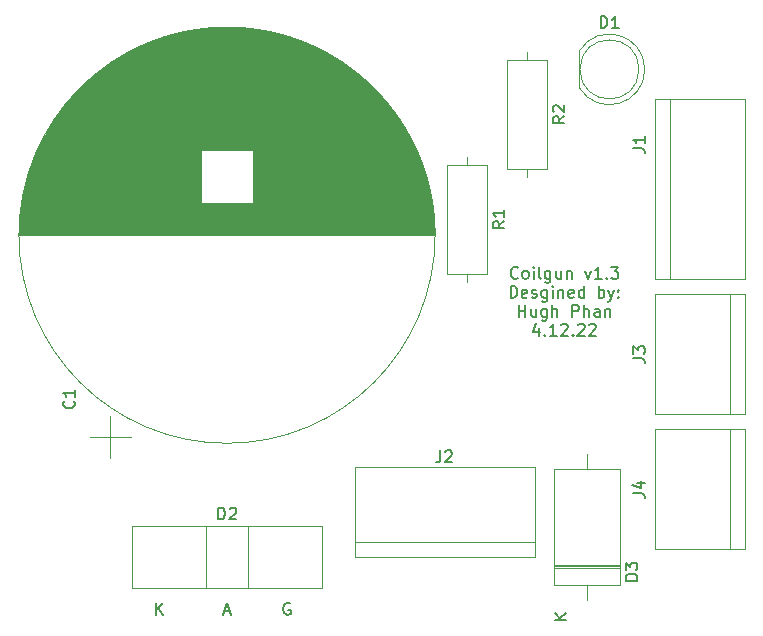
<source format=gto>
%TF.GenerationSoftware,KiCad,Pcbnew,(6.0.9)*%
%TF.CreationDate,2022-12-04T21:19:42+11:00*%
%TF.ProjectId,Coilgun 1.3,436f696c-6775-46e2-9031-2e332e6b6963,1.3*%
%TF.SameCoordinates,Original*%
%TF.FileFunction,Legend,Top*%
%TF.FilePolarity,Positive*%
%FSLAX46Y46*%
G04 Gerber Fmt 4.6, Leading zero omitted, Abs format (unit mm)*
G04 Created by KiCad (PCBNEW (6.0.9)) date 2022-12-04 21:19:42*
%MOMM*%
%LPD*%
G01*
G04 APERTURE LIST*
%ADD10C,0.150000*%
%ADD11C,0.120000*%
G04 APERTURE END LIST*
D10*
X155836904Y-112530000D02*
X155741666Y-112482380D01*
X155598809Y-112482380D01*
X155455952Y-112530000D01*
X155360714Y-112625238D01*
X155313095Y-112720476D01*
X155265476Y-112910952D01*
X155265476Y-113053809D01*
X155313095Y-113244285D01*
X155360714Y-113339523D01*
X155455952Y-113434761D01*
X155598809Y-113482380D01*
X155694047Y-113482380D01*
X155836904Y-113434761D01*
X155884523Y-113387142D01*
X155884523Y-113053809D01*
X155694047Y-113053809D01*
X150256904Y-113196666D02*
X150733095Y-113196666D01*
X150161666Y-113482380D02*
X150495000Y-112482380D01*
X150828333Y-113482380D01*
X144518095Y-113482380D02*
X144518095Y-112482380D01*
X145089523Y-113482380D02*
X144660952Y-112910952D01*
X145089523Y-112482380D02*
X144518095Y-113053809D01*
X175117619Y-84937142D02*
X175070000Y-84984761D01*
X174927142Y-85032380D01*
X174831904Y-85032380D01*
X174689047Y-84984761D01*
X174593809Y-84889523D01*
X174546190Y-84794285D01*
X174498571Y-84603809D01*
X174498571Y-84460952D01*
X174546190Y-84270476D01*
X174593809Y-84175238D01*
X174689047Y-84080000D01*
X174831904Y-84032380D01*
X174927142Y-84032380D01*
X175070000Y-84080000D01*
X175117619Y-84127619D01*
X175689047Y-85032380D02*
X175593809Y-84984761D01*
X175546190Y-84937142D01*
X175498571Y-84841904D01*
X175498571Y-84556190D01*
X175546190Y-84460952D01*
X175593809Y-84413333D01*
X175689047Y-84365714D01*
X175831904Y-84365714D01*
X175927142Y-84413333D01*
X175974761Y-84460952D01*
X176022380Y-84556190D01*
X176022380Y-84841904D01*
X175974761Y-84937142D01*
X175927142Y-84984761D01*
X175831904Y-85032380D01*
X175689047Y-85032380D01*
X176450952Y-85032380D02*
X176450952Y-84365714D01*
X176450952Y-84032380D02*
X176403333Y-84080000D01*
X176450952Y-84127619D01*
X176498571Y-84080000D01*
X176450952Y-84032380D01*
X176450952Y-84127619D01*
X177070000Y-85032380D02*
X176974761Y-84984761D01*
X176927142Y-84889523D01*
X176927142Y-84032380D01*
X177879523Y-84365714D02*
X177879523Y-85175238D01*
X177831904Y-85270476D01*
X177784285Y-85318095D01*
X177689047Y-85365714D01*
X177546190Y-85365714D01*
X177450952Y-85318095D01*
X177879523Y-84984761D02*
X177784285Y-85032380D01*
X177593809Y-85032380D01*
X177498571Y-84984761D01*
X177450952Y-84937142D01*
X177403333Y-84841904D01*
X177403333Y-84556190D01*
X177450952Y-84460952D01*
X177498571Y-84413333D01*
X177593809Y-84365714D01*
X177784285Y-84365714D01*
X177879523Y-84413333D01*
X178784285Y-84365714D02*
X178784285Y-85032380D01*
X178355714Y-84365714D02*
X178355714Y-84889523D01*
X178403333Y-84984761D01*
X178498571Y-85032380D01*
X178641428Y-85032380D01*
X178736666Y-84984761D01*
X178784285Y-84937142D01*
X179260476Y-84365714D02*
X179260476Y-85032380D01*
X179260476Y-84460952D02*
X179308095Y-84413333D01*
X179403333Y-84365714D01*
X179546190Y-84365714D01*
X179641428Y-84413333D01*
X179689047Y-84508571D01*
X179689047Y-85032380D01*
X180831904Y-84365714D02*
X181070000Y-85032380D01*
X181308095Y-84365714D01*
X182212857Y-85032380D02*
X181641428Y-85032380D01*
X181927142Y-85032380D02*
X181927142Y-84032380D01*
X181831904Y-84175238D01*
X181736666Y-84270476D01*
X181641428Y-84318095D01*
X182641428Y-84937142D02*
X182689047Y-84984761D01*
X182641428Y-85032380D01*
X182593809Y-84984761D01*
X182641428Y-84937142D01*
X182641428Y-85032380D01*
X183022380Y-84032380D02*
X183641428Y-84032380D01*
X183308095Y-84413333D01*
X183450952Y-84413333D01*
X183546190Y-84460952D01*
X183593809Y-84508571D01*
X183641428Y-84603809D01*
X183641428Y-84841904D01*
X183593809Y-84937142D01*
X183546190Y-84984761D01*
X183450952Y-85032380D01*
X183165238Y-85032380D01*
X183070000Y-84984761D01*
X183022380Y-84937142D01*
X174498571Y-86642380D02*
X174498571Y-85642380D01*
X174736666Y-85642380D01*
X174879523Y-85690000D01*
X174974761Y-85785238D01*
X175022380Y-85880476D01*
X175070000Y-86070952D01*
X175070000Y-86213809D01*
X175022380Y-86404285D01*
X174974761Y-86499523D01*
X174879523Y-86594761D01*
X174736666Y-86642380D01*
X174498571Y-86642380D01*
X175879523Y-86594761D02*
X175784285Y-86642380D01*
X175593809Y-86642380D01*
X175498571Y-86594761D01*
X175450952Y-86499523D01*
X175450952Y-86118571D01*
X175498571Y-86023333D01*
X175593809Y-85975714D01*
X175784285Y-85975714D01*
X175879523Y-86023333D01*
X175927142Y-86118571D01*
X175927142Y-86213809D01*
X175450952Y-86309047D01*
X176308095Y-86594761D02*
X176403333Y-86642380D01*
X176593809Y-86642380D01*
X176689047Y-86594761D01*
X176736666Y-86499523D01*
X176736666Y-86451904D01*
X176689047Y-86356666D01*
X176593809Y-86309047D01*
X176450952Y-86309047D01*
X176355714Y-86261428D01*
X176308095Y-86166190D01*
X176308095Y-86118571D01*
X176355714Y-86023333D01*
X176450952Y-85975714D01*
X176593809Y-85975714D01*
X176689047Y-86023333D01*
X177593809Y-85975714D02*
X177593809Y-86785238D01*
X177546190Y-86880476D01*
X177498571Y-86928095D01*
X177403333Y-86975714D01*
X177260476Y-86975714D01*
X177165238Y-86928095D01*
X177593809Y-86594761D02*
X177498571Y-86642380D01*
X177308095Y-86642380D01*
X177212857Y-86594761D01*
X177165238Y-86547142D01*
X177117619Y-86451904D01*
X177117619Y-86166190D01*
X177165238Y-86070952D01*
X177212857Y-86023333D01*
X177308095Y-85975714D01*
X177498571Y-85975714D01*
X177593809Y-86023333D01*
X178070000Y-86642380D02*
X178070000Y-85975714D01*
X178070000Y-85642380D02*
X178022380Y-85690000D01*
X178070000Y-85737619D01*
X178117619Y-85690000D01*
X178070000Y-85642380D01*
X178070000Y-85737619D01*
X178546190Y-85975714D02*
X178546190Y-86642380D01*
X178546190Y-86070952D02*
X178593809Y-86023333D01*
X178689047Y-85975714D01*
X178831904Y-85975714D01*
X178927142Y-86023333D01*
X178974761Y-86118571D01*
X178974761Y-86642380D01*
X179831904Y-86594761D02*
X179736666Y-86642380D01*
X179546190Y-86642380D01*
X179450952Y-86594761D01*
X179403333Y-86499523D01*
X179403333Y-86118571D01*
X179450952Y-86023333D01*
X179546190Y-85975714D01*
X179736666Y-85975714D01*
X179831904Y-86023333D01*
X179879523Y-86118571D01*
X179879523Y-86213809D01*
X179403333Y-86309047D01*
X180736666Y-86642380D02*
X180736666Y-85642380D01*
X180736666Y-86594761D02*
X180641428Y-86642380D01*
X180450952Y-86642380D01*
X180355714Y-86594761D01*
X180308095Y-86547142D01*
X180260476Y-86451904D01*
X180260476Y-86166190D01*
X180308095Y-86070952D01*
X180355714Y-86023333D01*
X180450952Y-85975714D01*
X180641428Y-85975714D01*
X180736666Y-86023333D01*
X181974761Y-86642380D02*
X181974761Y-85642380D01*
X181974761Y-86023333D02*
X182070000Y-85975714D01*
X182260476Y-85975714D01*
X182355714Y-86023333D01*
X182403333Y-86070952D01*
X182450952Y-86166190D01*
X182450952Y-86451904D01*
X182403333Y-86547142D01*
X182355714Y-86594761D01*
X182260476Y-86642380D01*
X182070000Y-86642380D01*
X181974761Y-86594761D01*
X182784285Y-85975714D02*
X183022380Y-86642380D01*
X183260476Y-85975714D02*
X183022380Y-86642380D01*
X182927142Y-86880476D01*
X182879523Y-86928095D01*
X182784285Y-86975714D01*
X183641428Y-86547142D02*
X183689047Y-86594761D01*
X183641428Y-86642380D01*
X183593809Y-86594761D01*
X183641428Y-86547142D01*
X183641428Y-86642380D01*
X183641428Y-86023333D02*
X183689047Y-86070952D01*
X183641428Y-86118571D01*
X183593809Y-86070952D01*
X183641428Y-86023333D01*
X183641428Y-86118571D01*
X175189047Y-88252380D02*
X175189047Y-87252380D01*
X175189047Y-87728571D02*
X175760476Y-87728571D01*
X175760476Y-88252380D02*
X175760476Y-87252380D01*
X176665238Y-87585714D02*
X176665238Y-88252380D01*
X176236666Y-87585714D02*
X176236666Y-88109523D01*
X176284285Y-88204761D01*
X176379523Y-88252380D01*
X176522380Y-88252380D01*
X176617619Y-88204761D01*
X176665238Y-88157142D01*
X177570000Y-87585714D02*
X177570000Y-88395238D01*
X177522380Y-88490476D01*
X177474761Y-88538095D01*
X177379523Y-88585714D01*
X177236666Y-88585714D01*
X177141428Y-88538095D01*
X177570000Y-88204761D02*
X177474761Y-88252380D01*
X177284285Y-88252380D01*
X177189047Y-88204761D01*
X177141428Y-88157142D01*
X177093809Y-88061904D01*
X177093809Y-87776190D01*
X177141428Y-87680952D01*
X177189047Y-87633333D01*
X177284285Y-87585714D01*
X177474761Y-87585714D01*
X177570000Y-87633333D01*
X178046190Y-88252380D02*
X178046190Y-87252380D01*
X178474761Y-88252380D02*
X178474761Y-87728571D01*
X178427142Y-87633333D01*
X178331904Y-87585714D01*
X178189047Y-87585714D01*
X178093809Y-87633333D01*
X178046190Y-87680952D01*
X179712857Y-88252380D02*
X179712857Y-87252380D01*
X180093809Y-87252380D01*
X180189047Y-87300000D01*
X180236666Y-87347619D01*
X180284285Y-87442857D01*
X180284285Y-87585714D01*
X180236666Y-87680952D01*
X180189047Y-87728571D01*
X180093809Y-87776190D01*
X179712857Y-87776190D01*
X180712857Y-88252380D02*
X180712857Y-87252380D01*
X181141428Y-88252380D02*
X181141428Y-87728571D01*
X181093809Y-87633333D01*
X180998571Y-87585714D01*
X180855714Y-87585714D01*
X180760476Y-87633333D01*
X180712857Y-87680952D01*
X182046190Y-88252380D02*
X182046190Y-87728571D01*
X181998571Y-87633333D01*
X181903333Y-87585714D01*
X181712857Y-87585714D01*
X181617619Y-87633333D01*
X182046190Y-88204761D02*
X181950952Y-88252380D01*
X181712857Y-88252380D01*
X181617619Y-88204761D01*
X181570000Y-88109523D01*
X181570000Y-88014285D01*
X181617619Y-87919047D01*
X181712857Y-87871428D01*
X181950952Y-87871428D01*
X182046190Y-87823809D01*
X182522380Y-87585714D02*
X182522380Y-88252380D01*
X182522380Y-87680952D02*
X182570000Y-87633333D01*
X182665238Y-87585714D01*
X182808095Y-87585714D01*
X182903333Y-87633333D01*
X182950952Y-87728571D01*
X182950952Y-88252380D01*
X176879523Y-89195714D02*
X176879523Y-89862380D01*
X176641428Y-88814761D02*
X176403333Y-89529047D01*
X177022380Y-89529047D01*
X177403333Y-89767142D02*
X177450952Y-89814761D01*
X177403333Y-89862380D01*
X177355714Y-89814761D01*
X177403333Y-89767142D01*
X177403333Y-89862380D01*
X178403333Y-89862380D02*
X177831904Y-89862380D01*
X178117619Y-89862380D02*
X178117619Y-88862380D01*
X178022380Y-89005238D01*
X177927142Y-89100476D01*
X177831904Y-89148095D01*
X178784285Y-88957619D02*
X178831904Y-88910000D01*
X178927142Y-88862380D01*
X179165238Y-88862380D01*
X179260476Y-88910000D01*
X179308095Y-88957619D01*
X179355714Y-89052857D01*
X179355714Y-89148095D01*
X179308095Y-89290952D01*
X178736666Y-89862380D01*
X179355714Y-89862380D01*
X179784285Y-89767142D02*
X179831904Y-89814761D01*
X179784285Y-89862380D01*
X179736666Y-89814761D01*
X179784285Y-89767142D01*
X179784285Y-89862380D01*
X180212857Y-88957619D02*
X180260476Y-88910000D01*
X180355714Y-88862380D01*
X180593809Y-88862380D01*
X180689047Y-88910000D01*
X180736666Y-88957619D01*
X180784285Y-89052857D01*
X180784285Y-89148095D01*
X180736666Y-89290952D01*
X180165238Y-89862380D01*
X180784285Y-89862380D01*
X181165238Y-88957619D02*
X181212857Y-88910000D01*
X181308095Y-88862380D01*
X181546190Y-88862380D01*
X181641428Y-88910000D01*
X181689047Y-88957619D01*
X181736666Y-89052857D01*
X181736666Y-89148095D01*
X181689047Y-89290952D01*
X181117619Y-89862380D01*
X181736666Y-89862380D01*
%TO.C,D3*%
X185237380Y-110593095D02*
X184237380Y-110593095D01*
X184237380Y-110355000D01*
X184285000Y-110212142D01*
X184380238Y-110116904D01*
X184475476Y-110069285D01*
X184665952Y-110021666D01*
X184808809Y-110021666D01*
X184999285Y-110069285D01*
X185094523Y-110116904D01*
X185189761Y-110212142D01*
X185237380Y-110355000D01*
X185237380Y-110593095D01*
X184237380Y-109688333D02*
X184237380Y-109069285D01*
X184618333Y-109402619D01*
X184618333Y-109259761D01*
X184665952Y-109164523D01*
X184713571Y-109116904D01*
X184808809Y-109069285D01*
X185046904Y-109069285D01*
X185142142Y-109116904D01*
X185189761Y-109164523D01*
X185237380Y-109259761D01*
X185237380Y-109545476D01*
X185189761Y-109640714D01*
X185142142Y-109688333D01*
X179227380Y-113926904D02*
X178227380Y-113926904D01*
X179227380Y-113355476D02*
X178655952Y-113784047D01*
X178227380Y-113355476D02*
X178798809Y-113926904D01*
%TO.C,R1*%
X173987380Y-80176666D02*
X173511190Y-80510000D01*
X173987380Y-80748095D02*
X172987380Y-80748095D01*
X172987380Y-80367142D01*
X173035000Y-80271904D01*
X173082619Y-80224285D01*
X173177857Y-80176666D01*
X173320714Y-80176666D01*
X173415952Y-80224285D01*
X173463571Y-80271904D01*
X173511190Y-80367142D01*
X173511190Y-80748095D01*
X173987380Y-79224285D02*
X173987380Y-79795714D01*
X173987380Y-79510000D02*
X172987380Y-79510000D01*
X173130238Y-79605238D01*
X173225476Y-79700476D01*
X173273095Y-79795714D01*
%TO.C,D1*%
X182136904Y-63802380D02*
X182136904Y-62802380D01*
X182375000Y-62802380D01*
X182517857Y-62850000D01*
X182613095Y-62945238D01*
X182660714Y-63040476D01*
X182708333Y-63230952D01*
X182708333Y-63373809D01*
X182660714Y-63564285D01*
X182613095Y-63659523D01*
X182517857Y-63754761D01*
X182375000Y-63802380D01*
X182136904Y-63802380D01*
X183660714Y-63802380D02*
X183089285Y-63802380D01*
X183375000Y-63802380D02*
X183375000Y-62802380D01*
X183279761Y-62945238D01*
X183184523Y-63040476D01*
X183089285Y-63088095D01*
%TO.C,J1*%
X184872380Y-73993333D02*
X185586666Y-73993333D01*
X185729523Y-74040952D01*
X185824761Y-74136190D01*
X185872380Y-74279047D01*
X185872380Y-74374285D01*
X185872380Y-72993333D02*
X185872380Y-73564761D01*
X185872380Y-73279047D02*
X184872380Y-73279047D01*
X185015238Y-73374285D01*
X185110476Y-73469523D01*
X185158095Y-73564761D01*
%TO.C,R2*%
X179067380Y-71286666D02*
X178591190Y-71620000D01*
X179067380Y-71858095D02*
X178067380Y-71858095D01*
X178067380Y-71477142D01*
X178115000Y-71381904D01*
X178162619Y-71334285D01*
X178257857Y-71286666D01*
X178400714Y-71286666D01*
X178495952Y-71334285D01*
X178543571Y-71381904D01*
X178591190Y-71477142D01*
X178591190Y-71858095D01*
X178162619Y-70905714D02*
X178115000Y-70858095D01*
X178067380Y-70762857D01*
X178067380Y-70524761D01*
X178115000Y-70429523D01*
X178162619Y-70381904D01*
X178257857Y-70334285D01*
X178353095Y-70334285D01*
X178495952Y-70381904D01*
X179067380Y-70953333D01*
X179067380Y-70334285D01*
%TO.C,J3*%
X184872380Y-91773333D02*
X185586666Y-91773333D01*
X185729523Y-91820952D01*
X185824761Y-91916190D01*
X185872380Y-92059047D01*
X185872380Y-92154285D01*
X184872380Y-91392380D02*
X184872380Y-90773333D01*
X185253333Y-91106666D01*
X185253333Y-90963809D01*
X185300952Y-90868571D01*
X185348571Y-90820952D01*
X185443809Y-90773333D01*
X185681904Y-90773333D01*
X185777142Y-90820952D01*
X185824761Y-90868571D01*
X185872380Y-90963809D01*
X185872380Y-91249523D01*
X185824761Y-91344761D01*
X185777142Y-91392380D01*
%TO.C,J4*%
X184872380Y-103203333D02*
X185586666Y-103203333D01*
X185729523Y-103250952D01*
X185824761Y-103346190D01*
X185872380Y-103489047D01*
X185872380Y-103584285D01*
X185205714Y-102298571D02*
X185872380Y-102298571D01*
X184824761Y-102536666D02*
X185539047Y-102774761D01*
X185539047Y-102155714D01*
%TO.C,C1*%
X137517142Y-95402165D02*
X137564761Y-95449784D01*
X137612380Y-95592641D01*
X137612380Y-95687879D01*
X137564761Y-95830737D01*
X137469523Y-95925975D01*
X137374285Y-95973594D01*
X137183809Y-96021213D01*
X137040952Y-96021213D01*
X136850476Y-95973594D01*
X136755238Y-95925975D01*
X136660000Y-95830737D01*
X136612380Y-95687879D01*
X136612380Y-95592641D01*
X136660000Y-95449784D01*
X136707619Y-95402165D01*
X137612380Y-94449784D02*
X137612380Y-95021213D01*
X137612380Y-94735499D02*
X136612380Y-94735499D01*
X136755238Y-94830737D01*
X136850476Y-94925975D01*
X136898095Y-95021213D01*
%TO.C,D2*%
X149756904Y-105407380D02*
X149756904Y-104407380D01*
X149995000Y-104407380D01*
X150137857Y-104455000D01*
X150233095Y-104550238D01*
X150280714Y-104645476D01*
X150328333Y-104835952D01*
X150328333Y-104978809D01*
X150280714Y-105169285D01*
X150233095Y-105264523D01*
X150137857Y-105359761D01*
X149995000Y-105407380D01*
X149756904Y-105407380D01*
X150709285Y-104502619D02*
X150756904Y-104455000D01*
X150852142Y-104407380D01*
X151090238Y-104407380D01*
X151185476Y-104455000D01*
X151233095Y-104502619D01*
X151280714Y-104597857D01*
X151280714Y-104693095D01*
X151233095Y-104835952D01*
X150661666Y-105407380D01*
X151280714Y-105407380D01*
%TO.C,J2*%
X168546666Y-99577380D02*
X168546666Y-100291666D01*
X168499047Y-100434523D01*
X168403809Y-100529761D01*
X168260952Y-100577380D01*
X168165714Y-100577380D01*
X168975238Y-99672619D02*
X169022857Y-99625000D01*
X169118095Y-99577380D01*
X169356190Y-99577380D01*
X169451428Y-99625000D01*
X169499047Y-99672619D01*
X169546666Y-99767857D01*
X169546666Y-99863095D01*
X169499047Y-100005952D01*
X168927619Y-100577380D01*
X169546666Y-100577380D01*
D11*
%TO.C,D3*%
X180975000Y-112225000D02*
X180975000Y-110925000D01*
X178190000Y-101165000D02*
X178190000Y-110925000D01*
X178190000Y-109257000D02*
X183760000Y-109257000D01*
X180975000Y-99865000D02*
X180975000Y-101165000D01*
X183760000Y-101165000D02*
X178190000Y-101165000D01*
X178190000Y-109497000D02*
X183760000Y-109497000D01*
X183760000Y-110925000D02*
X183760000Y-101165000D01*
X178190000Y-110925000D02*
X183760000Y-110925000D01*
X178190000Y-109377000D02*
X183760000Y-109377000D01*
%TO.C,R1*%
X170815000Y-74700000D02*
X170815000Y-75390000D01*
X172535000Y-84630000D02*
X172535000Y-75390000D01*
X169095000Y-75390000D02*
X169095000Y-84630000D01*
X172535000Y-75390000D02*
X169095000Y-75390000D01*
X170815000Y-85320000D02*
X170815000Y-84630000D01*
X169095000Y-84630000D02*
X172535000Y-84630000D01*
%TO.C,D1*%
X180315000Y-65765000D02*
X180315000Y-68855000D01*
X180315000Y-68854830D02*
G75*
G03*
X185865000Y-67309538I2560000J1544830D01*
G01*
X185865000Y-67310462D02*
G75*
G03*
X180315000Y-65765170I-2990000J462D01*
G01*
X185375000Y-67310000D02*
G75*
G03*
X185375000Y-67310000I-2500000J0D01*
G01*
%TO.C,J1*%
X186690000Y-85090000D02*
X194310000Y-85090000D01*
X186690000Y-69850000D02*
X194310000Y-69850000D01*
X186690000Y-69850000D02*
X186690000Y-85090000D01*
X187960000Y-69850000D02*
X187960000Y-85090000D01*
X194310000Y-69850000D02*
X194310000Y-85090000D01*
%TO.C,R2*%
X175895000Y-76430000D02*
X175895000Y-75740000D01*
X175895000Y-65810000D02*
X175895000Y-66500000D01*
X177615000Y-66500000D02*
X174175000Y-66500000D01*
X174175000Y-66500000D02*
X174175000Y-75740000D01*
X177615000Y-75740000D02*
X177615000Y-66500000D01*
X174175000Y-75740000D02*
X177615000Y-75740000D01*
%TO.C,J3*%
X186690000Y-86360000D02*
X186690000Y-96520000D01*
X194310000Y-86360000D02*
X186690000Y-86360000D01*
X193040000Y-86360000D02*
X193040000Y-96520000D01*
X194310000Y-96520000D02*
X194310000Y-86360000D01*
X186690000Y-96520000D02*
X194310000Y-96520000D01*
%TO.C,J4*%
X194310000Y-97790000D02*
X186690000Y-97790000D01*
X194310000Y-107950000D02*
X194310000Y-97790000D01*
X193040000Y-97790000D02*
X193040000Y-107950000D01*
X186690000Y-97790000D02*
X186690000Y-107950000D01*
X186690000Y-107950000D02*
X194310000Y-107950000D01*
%TO.C,C1*%
X132980000Y-79824499D02*
X168010000Y-79824499D01*
X134280000Y-74544499D02*
X148255000Y-74544499D01*
X152735000Y-76664499D02*
X167443000Y-76664499D01*
X137133000Y-69905499D02*
X163857000Y-69905499D01*
X133320000Y-77584499D02*
X148255000Y-77584499D01*
X134165000Y-74824499D02*
X148255000Y-74824499D01*
X152735000Y-75264499D02*
X166993000Y-75264499D01*
X133338000Y-77504499D02*
X148255000Y-77504499D01*
X152735000Y-74544499D02*
X166710000Y-74544499D01*
X136167000Y-71145499D02*
X164823000Y-71145499D01*
X133107000Y-78744499D02*
X167883000Y-78744499D01*
X134755000Y-73504499D02*
X166235000Y-73504499D01*
X142655000Y-65585499D02*
X158335000Y-65585499D01*
X136253000Y-71025499D02*
X164737000Y-71025499D01*
X152735000Y-77624499D02*
X167678000Y-77624499D01*
X135708000Y-71825499D02*
X165282000Y-71825499D01*
X135224000Y-72625499D02*
X165766000Y-72625499D01*
X135891000Y-71545499D02*
X165099000Y-71545499D01*
X137485000Y-69505499D02*
X163505000Y-69505499D01*
X132945000Y-80304499D02*
X168045000Y-80304499D01*
X133842000Y-75704499D02*
X148255000Y-75704499D01*
X135838000Y-71625499D02*
X165152000Y-71625499D01*
X152735000Y-78424499D02*
X167832000Y-78424499D01*
X133828000Y-75744499D02*
X148255000Y-75744499D01*
X134246000Y-74624499D02*
X148255000Y-74624499D01*
X133788000Y-75864499D02*
X148255000Y-75864499D01*
X135111000Y-72825499D02*
X165879000Y-72825499D01*
X133024000Y-79384499D02*
X167966000Y-79384499D01*
X152735000Y-77904499D02*
X167736000Y-77904499D01*
X134581000Y-73864499D02*
X166409000Y-73864499D01*
X133172000Y-78344499D02*
X148255000Y-78344499D01*
X139479000Y-67625499D02*
X161511000Y-67625499D01*
X135759000Y-71745499D02*
X165231000Y-71745499D01*
X136400000Y-70825499D02*
X164590000Y-70825499D01*
X133007000Y-79544499D02*
X167983000Y-79544499D01*
X136490000Y-70705499D02*
X164500000Y-70705499D01*
X133536000Y-76704499D02*
X148255000Y-76704499D01*
X137237000Y-69785499D02*
X163753000Y-69785499D01*
X132922000Y-80825499D02*
X168068000Y-80825499D01*
X133084000Y-78904499D02*
X167906000Y-78904499D01*
X137938000Y-69025499D02*
X163052000Y-69025499D01*
X132955000Y-80144499D02*
X168035000Y-80144499D01*
X140790000Y-66665499D02*
X160200000Y-66665499D01*
X144627000Y-64745499D02*
X156363000Y-64745499D01*
X134134000Y-74904499D02*
X148255000Y-74904499D01*
X152735000Y-76224499D02*
X167315000Y-76224499D01*
X133473000Y-76944499D02*
X148255000Y-76944499D01*
X133347000Y-77464499D02*
X148255000Y-77464499D01*
X137065000Y-69985499D02*
X163925000Y-69985499D01*
X152735000Y-74784499D02*
X166809000Y-74784499D01*
X139188000Y-67865499D02*
X161802000Y-67865499D01*
X135269000Y-72545499D02*
X165721000Y-72545499D01*
X133869000Y-75624499D02*
X148255000Y-75624499D01*
X134544000Y-73944499D02*
X166446000Y-73944499D01*
X136000000Y-71385499D02*
X164990000Y-71385499D01*
X133724000Y-76064499D02*
X148255000Y-76064499D01*
X136612000Y-70545499D02*
X164378000Y-70545499D01*
X134676000Y-73664499D02*
X166314000Y-73664499D01*
X138511000Y-68465499D02*
X162479000Y-68465499D01*
X134435000Y-74184499D02*
X148255000Y-74184499D01*
X134471000Y-74104499D02*
X166519000Y-74104499D01*
X133452000Y-77024499D02*
X148255000Y-77024499D01*
X152735000Y-78384499D02*
X167825000Y-78384499D01*
X143795000Y-65065499D02*
X157195000Y-65065499D01*
X139000000Y-68025499D02*
X161990000Y-68025499D01*
X135631000Y-71945499D02*
X165359000Y-71945499D01*
X133028000Y-79344499D02*
X167962000Y-79344499D01*
X133073000Y-78984499D02*
X167917000Y-78984499D01*
X132916000Y-81145499D02*
X168074000Y-81145499D01*
X141035000Y-66505499D02*
X159955000Y-66505499D01*
X147090000Y-64065499D02*
X153900000Y-64065499D01*
X152735000Y-74664499D02*
X166760000Y-74664499D01*
X134382000Y-74304499D02*
X148255000Y-74304499D01*
X138218000Y-68745499D02*
X162772000Y-68745499D01*
X152735000Y-78184499D02*
X167790000Y-78184499D01*
X142192000Y-65825499D02*
X158798000Y-65825499D01*
X152735000Y-78144499D02*
X167782000Y-78144499D01*
X132915000Y-81265499D02*
X168075000Y-81265499D01*
X139140000Y-67905499D02*
X161850000Y-67905499D01*
X133384000Y-77304499D02*
X148255000Y-77304499D01*
X152735000Y-77544499D02*
X167661000Y-77544499D01*
X134835000Y-73344499D02*
X166155000Y-73344499D01*
X133090000Y-78864499D02*
X167900000Y-78864499D01*
X133033000Y-79304499D02*
X167957000Y-79304499D01*
X132977000Y-79864499D02*
X168013000Y-79864499D01*
X137783000Y-69185499D02*
X163207000Y-69185499D01*
X136706000Y-70425499D02*
X164284000Y-70425499D01*
X139429000Y-67665499D02*
X161561000Y-67665499D01*
X139680000Y-67465499D02*
X161310000Y-67465499D01*
X133038000Y-79264499D02*
X167952000Y-79264499D01*
X141225000Y-66385499D02*
X159765000Y-66385499D01*
X142045000Y-65905499D02*
X158945000Y-65905499D01*
X141973000Y-65945499D02*
X159017000Y-65945499D01*
X136370000Y-70865499D02*
X164620000Y-70865499D01*
X152735000Y-76304499D02*
X167339000Y-76304499D01*
X133581000Y-76544499D02*
X148255000Y-76544499D01*
X135733000Y-71785499D02*
X165257000Y-71785499D01*
X152735000Y-77024499D02*
X167538000Y-77024499D01*
X135507000Y-72145499D02*
X165483000Y-72145499D01*
X152735000Y-76144499D02*
X167291000Y-76144499D01*
X143991000Y-64985499D02*
X156999000Y-64985499D01*
X132939000Y-80424499D02*
X168051000Y-80424499D01*
X133687000Y-76184499D02*
X148255000Y-76184499D01*
X134795000Y-73424499D02*
X166195000Y-73424499D01*
X134197000Y-74744499D02*
X148255000Y-74744499D01*
X146895000Y-64105499D02*
X154095000Y-64105499D01*
X139529000Y-67585499D02*
X161461000Y-67585499D01*
X152735000Y-77744499D02*
X167704000Y-77744499D01*
X133329000Y-77544499D02*
X148255000Y-77544499D01*
X152735000Y-77224499D02*
X167587000Y-77224499D01*
X133604000Y-76464499D02*
X148255000Y-76464499D01*
X152735000Y-77304499D02*
X167606000Y-77304499D01*
X136834000Y-70265499D02*
X164156000Y-70265499D01*
X133068000Y-79024499D02*
X167922000Y-79024499D01*
X137272000Y-69745499D02*
X163718000Y-69745499D01*
X137168000Y-69865499D02*
X163822000Y-69865499D01*
X144300000Y-64865499D02*
X156690000Y-64865499D01*
X136196000Y-71105499D02*
X164794000Y-71105499D01*
X138641000Y-68345499D02*
X162349000Y-68345499D01*
X152735000Y-77584499D02*
X167670000Y-77584499D01*
X133063000Y-79064499D02*
X167927000Y-79064499D01*
X152735000Y-74264499D02*
X166590000Y-74264499D01*
X152735000Y-77144499D02*
X167568000Y-77144499D01*
X133365000Y-77384499D02*
X148255000Y-77384499D01*
X133883000Y-75584499D02*
X148255000Y-75584499D01*
X133442000Y-77064499D02*
X148255000Y-77064499D01*
X138136000Y-68825499D02*
X162854000Y-68825499D01*
X136644000Y-70505499D02*
X164346000Y-70505499D01*
X145097000Y-64585499D02*
X155893000Y-64585499D01*
X138468000Y-68505499D02*
X162522000Y-68505499D01*
X135972000Y-71425499D02*
X165018000Y-71425499D01*
X135363000Y-72385499D02*
X165627000Y-72385499D01*
X137670000Y-69305499D02*
X163320000Y-69305499D01*
X152735000Y-75704499D02*
X167148000Y-75704499D01*
X145757000Y-64385499D02*
X155233000Y-64385499D01*
X133151000Y-78464499D02*
X148255000Y-78464499D01*
X152735000Y-78304499D02*
X167811000Y-78304499D01*
X133592000Y-76504499D02*
X148255000Y-76504499D01*
X134118000Y-74944499D02*
X148255000Y-74944499D01*
X136932000Y-70145499D02*
X164058000Y-70145499D01*
X139784000Y-67385499D02*
X161206000Y-67385499D01*
X132953000Y-80184499D02*
X168037000Y-80184499D01*
X135682000Y-71865499D02*
X165308000Y-71865499D01*
X136027000Y-71345499D02*
X164963000Y-71345499D01*
X152735000Y-76264499D02*
X167327000Y-76264499D01*
X152735000Y-75424499D02*
X167051000Y-75424499D01*
X152735000Y-76064499D02*
X167266000Y-76064499D01*
X135532000Y-72105499D02*
X165458000Y-72105499D01*
X133526000Y-76744499D02*
X148255000Y-76744499D01*
X152735000Y-74944499D02*
X166872000Y-74944499D01*
X152735000Y-75824499D02*
X167189000Y-75824499D01*
X152735000Y-76784499D02*
X167475000Y-76784499D01*
X134876000Y-73264499D02*
X166114000Y-73264499D01*
X138096000Y-68865499D02*
X162894000Y-68865499D01*
X147759000Y-63945499D02*
X153231000Y-63945499D01*
X133775000Y-75904499D02*
X148255000Y-75904499D01*
X145902000Y-64345499D02*
X155088000Y-64345499D01*
X133494000Y-76864499D02*
X148255000Y-76864499D01*
X134735000Y-73544499D02*
X166255000Y-73544499D01*
X139332000Y-67745499D02*
X161658000Y-67745499D01*
X137202000Y-69825499D02*
X163788000Y-69825499D01*
X135386000Y-72345499D02*
X165604000Y-72345499D01*
X152735000Y-76584499D02*
X167420000Y-76584499D01*
X132917000Y-81065499D02*
X168073000Y-81065499D01*
X137342000Y-69665499D02*
X163648000Y-69665499D01*
X139046000Y-67985499D02*
X161944000Y-67985499D01*
X140268000Y-67025499D02*
X160722000Y-67025499D01*
X133193000Y-78224499D02*
X148255000Y-78224499D01*
X134417000Y-74224499D02*
X148255000Y-74224499D01*
X135024000Y-72985499D02*
X165966000Y-72985499D01*
X152735000Y-77944499D02*
X167744000Y-77944499D01*
X146206000Y-64265499D02*
X154784000Y-64265499D01*
X152735000Y-76944499D02*
X167517000Y-76944499D01*
X135339000Y-72425499D02*
X165651000Y-72425499D01*
X132928000Y-80665499D02*
X168062000Y-80665499D01*
X133547000Y-76664499D02*
X148255000Y-76664499D01*
X135246000Y-72585499D02*
X165744000Y-72585499D01*
X152735000Y-75464499D02*
X167065000Y-75464499D01*
X133043000Y-79224499D02*
X167947000Y-79224499D01*
X135483000Y-72185499D02*
X165507000Y-72185499D01*
X152735000Y-77984499D02*
X167752000Y-77984499D01*
X133627000Y-76384499D02*
X148255000Y-76384499D01*
X133186000Y-78264499D02*
X148255000Y-78264499D01*
X132929000Y-80624499D02*
X168061000Y-80624499D01*
X133504000Y-76824499D02*
X148255000Y-76824499D01*
X133855000Y-75664499D02*
X148255000Y-75664499D01*
X138177000Y-68785499D02*
X162813000Y-68785499D01*
X133356000Y-77424499D02*
X148255000Y-77424499D01*
X148318000Y-63865499D02*
X152672000Y-63865499D01*
X152735000Y-77784499D02*
X167712000Y-77784499D01*
X152735000Y-74984499D02*
X166888000Y-74984499D01*
X136675000Y-70465499D02*
X164315000Y-70465499D01*
X135046000Y-72945499D02*
X165944000Y-72945499D01*
X133615000Y-76424499D02*
X148255000Y-76424499D01*
X133047000Y-79184499D02*
X167943000Y-79184499D01*
X139235000Y-67825499D02*
X161755000Y-67825499D01*
X133737000Y-76024499D02*
X148255000Y-76024499D01*
X133286000Y-77744499D02*
X148255000Y-77744499D01*
X136520000Y-70665499D02*
X164470000Y-70665499D01*
X133208000Y-78144499D02*
X148255000Y-78144499D01*
X132933000Y-80544499D02*
X168057000Y-80544499D01*
X132973000Y-79904499D02*
X168017000Y-79904499D01*
X132926000Y-80705499D02*
X168064000Y-80705499D01*
X141098000Y-66465499D02*
X159892000Y-66465499D01*
X132964000Y-80024499D02*
X168026000Y-80024499D01*
X134296000Y-74504499D02*
X148255000Y-74504499D01*
X135178000Y-72705499D02*
X165812000Y-72705499D01*
X152735000Y-76024499D02*
X167253000Y-76024499D01*
X133254000Y-77904499D02*
X148255000Y-77904499D01*
X143330000Y-65265499D02*
X157660000Y-65265499D01*
X140437000Y-66905499D02*
X160553000Y-66905499D01*
X144740000Y-64705499D02*
X156250000Y-64705499D01*
X152735000Y-76344499D02*
X167351000Y-76344499D01*
X133570000Y-76584499D02*
X148255000Y-76584499D01*
X135581000Y-72025499D02*
X165409000Y-72025499D01*
X135156000Y-72745499D02*
X165834000Y-72745499D01*
X152735000Y-75784499D02*
X167175000Y-75784499D01*
X152735000Y-74224499D02*
X166573000Y-74224499D01*
X133968000Y-75344499D02*
X148255000Y-75344499D01*
X136899000Y-70185499D02*
X164091000Y-70185499D01*
X140103000Y-67145499D02*
X160887000Y-67145499D01*
X133200000Y-78184499D02*
X148255000Y-78184499D01*
X135134000Y-72785499D02*
X165856000Y-72785499D01*
X133238000Y-77984499D02*
X148255000Y-77984499D01*
X152735000Y-74584499D02*
X166727000Y-74584499D01*
X152735000Y-78024499D02*
X167760000Y-78024499D01*
X152735000Y-76184499D02*
X167303000Y-76184499D01*
X141421000Y-66265499D02*
X159569000Y-66265499D01*
X143512000Y-65185499D02*
X157478000Y-65185499D01*
X152735000Y-75504499D02*
X167080000Y-75504499D01*
X134263000Y-74584499D02*
X148255000Y-74584499D01*
X137745000Y-69225499D02*
X163245000Y-69225499D01*
X138384000Y-68585499D02*
X162606000Y-68585499D01*
X134181000Y-74784499D02*
X148255000Y-74784499D01*
X137821000Y-69145499D02*
X163169000Y-69145499D01*
X139888000Y-67305499D02*
X161102000Y-67305499D01*
X142267000Y-65785499D02*
X158723000Y-65785499D01*
X134918000Y-73184499D02*
X166072000Y-73184499D01*
X134347000Y-74384499D02*
X148255000Y-74384499D01*
X134897000Y-73224499D02*
X166093000Y-73224499D01*
X133312000Y-77624499D02*
X148255000Y-77624499D01*
X152735000Y-74904499D02*
X166856000Y-74904499D01*
X152735000Y-77104499D02*
X167558000Y-77104499D01*
X152735000Y-78464499D02*
X167839000Y-78464499D01*
X133295000Y-77704499D02*
X148255000Y-77704499D01*
X133997000Y-75264499D02*
X148255000Y-75264499D01*
X152735000Y-76864499D02*
X167496000Y-76864499D01*
X136311000Y-70945499D02*
X164679000Y-70945499D01*
X134214000Y-74704499D02*
X148255000Y-74704499D01*
X140730000Y-66705499D02*
X160260000Y-66705499D01*
X133925000Y-75464499D02*
X148255000Y-75464499D01*
X135458000Y-72225499D02*
X165532000Y-72225499D01*
X152735000Y-77064499D02*
X167548000Y-77064499D01*
X136111000Y-71225499D02*
X164879000Y-71225499D01*
X132919000Y-80945499D02*
X168071000Y-80945499D01*
X135089000Y-72865499D02*
X165901000Y-72865499D01*
X134230000Y-74664499D02*
X148255000Y-74664499D01*
X152735000Y-76504499D02*
X167398000Y-76504499D01*
X152735000Y-78104499D02*
X167775000Y-78104499D01*
X138597000Y-68385499D02*
X162393000Y-68385499D01*
X133057000Y-79104499D02*
X167933000Y-79104499D01*
X152735000Y-77184499D02*
X167577000Y-77184499D01*
X152735000Y-74304499D02*
X166608000Y-74304499D01*
X143154000Y-65345499D02*
X157836000Y-65345499D01*
X141555000Y-66185499D02*
X159435000Y-66185499D01*
X137522000Y-69465499D02*
X163468000Y-69465499D01*
X142983000Y-65425499D02*
X158007000Y-65425499D01*
X141161000Y-66425499D02*
X159829000Y-66425499D01*
X152735000Y-78584499D02*
X167858000Y-78584499D01*
X152735000Y-75144499D02*
X166949000Y-75144499D01*
X140553000Y-66825499D02*
X160437000Y-66825499D01*
X144856000Y-64665499D02*
X156134000Y-64665499D01*
X133165000Y-78384499D02*
X148255000Y-78384499D01*
X133663000Y-76264499D02*
X148255000Y-76264499D01*
X148660000Y-63825499D02*
X152330000Y-63825499D01*
X135201000Y-72665499D02*
X165789000Y-72665499D01*
X137032000Y-70025499D02*
X163958000Y-70025499D01*
X138954000Y-68065499D02*
X162036000Y-68065499D01*
X132925000Y-80745499D02*
X168065000Y-80745499D01*
X152735000Y-75584499D02*
X167107000Y-75584499D01*
X141487000Y-66225499D02*
X159503000Y-66225499D01*
X136340000Y-70905499D02*
X164650000Y-70905499D01*
X143068000Y-65385499D02*
X157922000Y-65385499D01*
X140611000Y-66785499D02*
X160379000Y-66785499D01*
X141355000Y-66305499D02*
X159635000Y-66305499D01*
X134313000Y-74464499D02*
X148255000Y-74464499D01*
X136738000Y-70385499D02*
X164252000Y-70385499D01*
X152735000Y-75224499D02*
X166979000Y-75224499D01*
X140620000Y-100199501D02*
X140620000Y-96699501D01*
X140495000Y-66865499D02*
X160495000Y-66865499D01*
X137558000Y-69425499D02*
X163432000Y-69425499D01*
X138300000Y-68665499D02*
X162690000Y-68665499D01*
X145350000Y-64505499D02*
X155640000Y-64505499D01*
X146535000Y-64185499D02*
X154455000Y-64185499D01*
X137449000Y-69545499D02*
X163541000Y-69545499D01*
X137413000Y-69585499D02*
X163577000Y-69585499D01*
X132943000Y-80344499D02*
X168047000Y-80344499D01*
X133375000Y-77344499D02*
X148255000Y-77344499D01*
X134489000Y-74064499D02*
X166501000Y-74064499D01*
X132936000Y-80464499D02*
X168054000Y-80464499D01*
X146051000Y-64305499D02*
X154939000Y-64305499D01*
X132970000Y-79944499D02*
X168020000Y-79944499D01*
X138342000Y-68625499D02*
X162648000Y-68625499D01*
X133801000Y-75824499D02*
X148255000Y-75824499D01*
X133003000Y-79584499D02*
X167987000Y-79584499D01*
X152735000Y-74144499D02*
X166537000Y-74144499D01*
X152735000Y-77864499D02*
X167728000Y-77864499D01*
X138426000Y-68545499D02*
X162564000Y-68545499D01*
X136083000Y-71265499D02*
X164907000Y-71265499D01*
X133815000Y-75784499D02*
X148255000Y-75784499D01*
X135556000Y-72065499D02*
X165434000Y-72065499D01*
X152735000Y-78544499D02*
X167852000Y-78544499D01*
X134856000Y-73304499D02*
X166134000Y-73304499D01*
X141290000Y-66345499D02*
X159700000Y-66345499D01*
X133230000Y-78024499D02*
X148255000Y-78024499D01*
X134011000Y-75224499D02*
X148255000Y-75224499D01*
X152735000Y-75024499D02*
X166903000Y-75024499D01*
X144406000Y-64825499D02*
X156584000Y-64825499D01*
X137307000Y-69705499D02*
X163683000Y-69705499D01*
X144515000Y-64785499D02*
X156475000Y-64785499D01*
X135657000Y-71905499D02*
X165333000Y-71905499D01*
X152735000Y-76544499D02*
X167409000Y-76544499D01*
X152735000Y-76744499D02*
X167464000Y-76744499D01*
X135918000Y-71505499D02*
X165072000Y-71505499D01*
X133422000Y-77144499D02*
X148255000Y-77144499D01*
X135410000Y-72305499D02*
X165580000Y-72305499D01*
X142900000Y-65465499D02*
X158090000Y-65465499D01*
X132958000Y-80104499D02*
X168032000Y-80104499D01*
X141622000Y-66145499D02*
X159368000Y-66145499D01*
X134087000Y-75024499D02*
X148255000Y-75024499D01*
X136770000Y-70345499D02*
X164220000Y-70345499D01*
X136430000Y-70785499D02*
X164560000Y-70785499D01*
X133019000Y-79424499D02*
X167971000Y-79424499D01*
X152735000Y-76824499D02*
X167486000Y-76824499D01*
X138818000Y-68185499D02*
X162172000Y-68185499D01*
X132915000Y-81185499D02*
X168075000Y-81185499D01*
X135606000Y-71985499D02*
X165384000Y-71985499D01*
X152735000Y-75304499D02*
X167008000Y-75304499D01*
X133126000Y-78624499D02*
X167864000Y-78624499D01*
X133432000Y-77104499D02*
X148255000Y-77104499D01*
X138016000Y-68945499D02*
X162974000Y-68945499D01*
X144092000Y-64945499D02*
X156898000Y-64945499D01*
X133896000Y-75544499D02*
X148255000Y-75544499D01*
X133079000Y-78944499D02*
X167911000Y-78944499D01*
X140048000Y-67185499D02*
X160942000Y-67185499D01*
X152735000Y-75744499D02*
X167162000Y-75744499D01*
X139995000Y-67225499D02*
X160995000Y-67225499D01*
X140157000Y-67105499D02*
X160833000Y-67105499D01*
X133413000Y-77184499D02*
X148255000Y-77184499D01*
X132941000Y-80384499D02*
X168049000Y-80384499D01*
X152735000Y-76624499D02*
X167432000Y-76624499D01*
X134696000Y-73624499D02*
X166294000Y-73624499D01*
X133393000Y-77264499D02*
X148255000Y-77264499D01*
X143420000Y-65225499D02*
X157570000Y-65225499D01*
X133270000Y-77824499D02*
X148255000Y-77824499D01*
X134981000Y-73065499D02*
X166009000Y-73065499D01*
X136581000Y-70585499D02*
X164409000Y-70585499D01*
X132923000Y-80785499D02*
X168067000Y-80785499D01*
X132915000Y-81305499D02*
X168075000Y-81305499D01*
X140911000Y-66585499D02*
X160079000Y-66585499D01*
X152735000Y-76704499D02*
X167454000Y-76704499D01*
X132948000Y-80264499D02*
X168042000Y-80264499D01*
X133158000Y-78424499D02*
X148255000Y-78424499D01*
X132916000Y-81105499D02*
X168074000Y-81105499D01*
X134939000Y-73145499D02*
X166051000Y-73145499D01*
X152735000Y-77504499D02*
X167652000Y-77504499D01*
X136224000Y-71065499D02*
X164766000Y-71065499D01*
X133651000Y-76304499D02*
X148255000Y-76304499D01*
X142118000Y-65865499D02*
X158872000Y-65865499D01*
X140212000Y-67065499D02*
X160778000Y-67065499D01*
X135434000Y-72265499D02*
X165556000Y-72265499D01*
X135865000Y-71585499D02*
X165125000Y-71585499D01*
X133483000Y-76904499D02*
X148255000Y-76904499D01*
X142497000Y-65665499D02*
X158493000Y-65665499D01*
X141760000Y-66065499D02*
X159230000Y-66065499D01*
X138554000Y-68425499D02*
X162436000Y-68425499D01*
X145617000Y-64425499D02*
X155373000Y-64425499D01*
X134330000Y-74424499D02*
X148255000Y-74424499D01*
X140973000Y-66545499D02*
X160017000Y-66545499D01*
X140850000Y-66625499D02*
X160140000Y-66625499D01*
X152735000Y-75624499D02*
X167121000Y-75624499D01*
X152735000Y-74864499D02*
X166841000Y-74864499D01*
X139283000Y-67785499D02*
X161707000Y-67785499D01*
X139836000Y-67345499D02*
X161154000Y-67345499D01*
X142817000Y-65505499D02*
X158173000Y-65505499D01*
X141830000Y-66025499D02*
X159160000Y-66025499D01*
X134365000Y-74344499D02*
X148255000Y-74344499D01*
X142736000Y-65545499D02*
X158254000Y-65545499D01*
X152735000Y-77824499D02*
X167720000Y-77824499D01*
X134056000Y-75104499D02*
X148255000Y-75104499D01*
X148022000Y-63905499D02*
X152968000Y-63905499D01*
X133222000Y-78064499D02*
X148255000Y-78064499D01*
X152735000Y-74424499D02*
X166660000Y-74424499D01*
X133462000Y-76984499D02*
X148255000Y-76984499D01*
X135785000Y-71705499D02*
X165205000Y-71705499D01*
X138908000Y-68105499D02*
X162082000Y-68105499D01*
X152735000Y-74504499D02*
X166694000Y-74504499D01*
X141901000Y-65985499D02*
X159089000Y-65985499D01*
X134815000Y-73384499D02*
X166175000Y-73384499D01*
X134960000Y-73105499D02*
X166030000Y-73105499D01*
X152735000Y-74464499D02*
X166677000Y-74464499D01*
X132961000Y-80064499D02*
X168029000Y-80064499D01*
X137899000Y-69065499D02*
X163091000Y-69065499D01*
X132967000Y-79984499D02*
X168023000Y-79984499D01*
X134619000Y-73784499D02*
X166371000Y-73784499D01*
X133278000Y-77784499D02*
X148255000Y-77784499D01*
X152735000Y-78264499D02*
X167804000Y-78264499D01*
X136802000Y-70305499D02*
X164188000Y-70305499D01*
X134562000Y-73904499D02*
X166428000Y-73904499D01*
X140380000Y-66945499D02*
X160610000Y-66945499D01*
X134400000Y-74264499D02*
X148255000Y-74264499D01*
X133113000Y-78704499D02*
X167877000Y-78704499D01*
X146710000Y-64145499D02*
X154280000Y-64145499D01*
X133015000Y-79464499D02*
X167975000Y-79464499D01*
X132917000Y-81025499D02*
X168073000Y-81025499D01*
X152735000Y-77704499D02*
X167695000Y-77704499D01*
X149695000Y-63745499D02*
X151295000Y-63745499D01*
X136055000Y-71305499D02*
X164935000Y-71305499D01*
X152735000Y-77464499D02*
X167643000Y-77464499D01*
X136282000Y-70985499D02*
X164708000Y-70985499D01*
X143242000Y-65305499D02*
X157748000Y-65305499D01*
X152735000Y-74184499D02*
X166555000Y-74184499D01*
X152735000Y-74384499D02*
X166643000Y-74384499D01*
X145482000Y-64465499D02*
X155508000Y-64465499D01*
X133120000Y-78664499D02*
X167870000Y-78664499D01*
X135812000Y-71665499D02*
X165178000Y-71665499D01*
X133145000Y-78504499D02*
X148255000Y-78504499D01*
X132999000Y-79624499D02*
X167991000Y-79624499D01*
X146367000Y-64225499D02*
X154623000Y-64225499D01*
X137707000Y-69265499D02*
X163283000Y-69265499D01*
X152735000Y-75384499D02*
X167037000Y-75384499D01*
X134453000Y-74144499D02*
X148255000Y-74144499D01*
X143605000Y-65145499D02*
X157385000Y-65145499D01*
X136965000Y-70105499D02*
X164025000Y-70105499D01*
X133762000Y-75944499D02*
X148255000Y-75944499D01*
X152735000Y-76464499D02*
X167386000Y-76464499D01*
X152735000Y-75184499D02*
X166964000Y-75184499D01*
X136998000Y-70065499D02*
X163992000Y-70065499D01*
X134638000Y-73744499D02*
X166352000Y-73744499D01*
X133939000Y-75424499D02*
X148255000Y-75424499D01*
X152735000Y-75944499D02*
X167228000Y-75944499D01*
X136551000Y-70625499D02*
X164439000Y-70625499D01*
X152735000Y-75344499D02*
X167022000Y-75344499D01*
X133639000Y-76344499D02*
X148255000Y-76344499D01*
X152735000Y-75664499D02*
X167135000Y-75664499D01*
X134775000Y-73464499D02*
X166215000Y-73464499D01*
X135292000Y-72505499D02*
X165698000Y-72505499D01*
X143699000Y-65105499D02*
X157291000Y-65105499D01*
X134149000Y-74864499D02*
X148255000Y-74864499D01*
X132991000Y-79704499D02*
X167999000Y-79704499D01*
X133011000Y-79504499D02*
X167979000Y-79504499D01*
X137595000Y-69385499D02*
X163395000Y-69385499D01*
X152735000Y-76904499D02*
X167507000Y-76904499D01*
X152735000Y-77664499D02*
X167687000Y-77664499D01*
X145222000Y-64545499D02*
X155768000Y-64545499D01*
X152735000Y-76384499D02*
X167363000Y-76384499D01*
X132987000Y-79744499D02*
X168003000Y-79744499D01*
X152735000Y-74744499D02*
X166793000Y-74744499D01*
X152735000Y-77424499D02*
X167634000Y-77424499D01*
X133712000Y-76104499D02*
X148255000Y-76104499D01*
X133953000Y-75384499D02*
X148255000Y-75384499D01*
X152735000Y-77384499D02*
X167625000Y-77384499D01*
X137977000Y-68985499D02*
X163013000Y-68985499D01*
X152735000Y-75064499D02*
X166918000Y-75064499D01*
X132935000Y-80504499D02*
X168055000Y-80504499D01*
X152735000Y-77344499D02*
X167615000Y-77344499D01*
X133699000Y-76144499D02*
X148255000Y-76144499D01*
X133096000Y-78824499D02*
X167894000Y-78824499D01*
X152735000Y-76104499D02*
X167278000Y-76104499D01*
X132915000Y-81225499D02*
X168075000Y-81225499D01*
X133558000Y-76624499D02*
X148255000Y-76624499D01*
X134041000Y-75144499D02*
X148255000Y-75144499D01*
X136867000Y-70225499D02*
X164123000Y-70225499D01*
X134102000Y-74984499D02*
X148255000Y-74984499D01*
X147297000Y-64025499D02*
X153693000Y-64025499D01*
X134715000Y-73584499D02*
X166275000Y-73584499D01*
X138684000Y-68305499D02*
X162306000Y-68305499D01*
X136460000Y-70745499D02*
X164530000Y-70745499D01*
X138773000Y-68225499D02*
X162217000Y-68225499D01*
X140324000Y-66985499D02*
X160666000Y-66985499D01*
X152735000Y-75864499D02*
X167202000Y-75864499D01*
X138259000Y-68705499D02*
X162731000Y-68705499D01*
X152735000Y-78224499D02*
X167797000Y-78224499D01*
X132950000Y-80224499D02*
X168040000Y-80224499D01*
X152735000Y-74824499D02*
X166825000Y-74824499D01*
X152735000Y-74624499D02*
X166744000Y-74624499D01*
X139380000Y-67705499D02*
X161610000Y-67705499D01*
X139732000Y-67425499D02*
X161258000Y-67425499D01*
X133515000Y-76784499D02*
X148255000Y-76784499D01*
X152735000Y-76424499D02*
X167375000Y-76424499D01*
X142575000Y-65625499D02*
X158415000Y-65625499D01*
X139941000Y-67265499D02*
X161049000Y-67265499D01*
X152735000Y-77264499D02*
X167597000Y-77264499D01*
X152735000Y-75104499D02*
X166934000Y-75104499D01*
X138056000Y-68905499D02*
X162934000Y-68905499D01*
X134525000Y-73984499D02*
X166465000Y-73984499D01*
X152735000Y-78064499D02*
X167768000Y-78064499D01*
X139579000Y-67545499D02*
X161411000Y-67545499D01*
X133101000Y-78784499D02*
X167889000Y-78784499D01*
X132995000Y-79664499D02*
X167995000Y-79664499D01*
X137099000Y-69945499D02*
X163891000Y-69945499D01*
X142343000Y-65745499D02*
X158647000Y-65745499D01*
X138729000Y-68265499D02*
X162261000Y-68265499D01*
X132931000Y-80584499D02*
X168059000Y-80584499D01*
X132984000Y-79784499D02*
X168006000Y-79784499D01*
X134026000Y-75184499D02*
X148255000Y-75184499D01*
X133675000Y-76224499D02*
X148255000Y-76224499D01*
X134600000Y-73824499D02*
X166390000Y-73824499D01*
X139093000Y-67945499D02*
X161897000Y-67945499D01*
X152735000Y-76984499D02*
X167528000Y-76984499D01*
X133179000Y-78304499D02*
X148255000Y-78304499D01*
X138870000Y-98449501D02*
X142370000Y-98449501D01*
X142419000Y-65705499D02*
X158571000Y-65705499D01*
X152735000Y-78504499D02*
X167845000Y-78504499D01*
X135067000Y-72905499D02*
X165923000Y-72905499D01*
X152735000Y-75984499D02*
X167240000Y-75984499D01*
X141691000Y-66105499D02*
X159299000Y-66105499D01*
X133246000Y-77944499D02*
X148255000Y-77944499D01*
X132921000Y-80865499D02*
X168069000Y-80865499D01*
X135316000Y-72465499D02*
X165674000Y-72465499D01*
X134072000Y-75064499D02*
X148255000Y-75064499D01*
X140670000Y-66745499D02*
X160320000Y-66745499D01*
X152735000Y-74704499D02*
X166776000Y-74704499D01*
X133215000Y-78104499D02*
X148255000Y-78104499D01*
X137632000Y-69345499D02*
X163358000Y-69345499D01*
X152735000Y-75904499D02*
X167215000Y-75904499D01*
X138863000Y-68145499D02*
X162127000Y-68145499D01*
X144195000Y-64905499D02*
X156795000Y-64905499D01*
X132918000Y-80985499D02*
X168072000Y-80985499D01*
X133750000Y-75984499D02*
X148255000Y-75984499D01*
X137860000Y-69105499D02*
X163130000Y-69105499D01*
X147519000Y-63985499D02*
X153471000Y-63985499D01*
X133303000Y-77664499D02*
X148255000Y-77664499D01*
X133403000Y-77224499D02*
X148255000Y-77224499D01*
X135003000Y-73025499D02*
X165987000Y-73025499D01*
X133138000Y-78544499D02*
X148255000Y-78544499D01*
X132915000Y-81345499D02*
X168075000Y-81345499D01*
X152735000Y-74344499D02*
X166625000Y-74344499D01*
X152735000Y-75544499D02*
X167094000Y-75544499D01*
X135945000Y-71465499D02*
X165045000Y-71465499D01*
X139630000Y-67505499D02*
X161360000Y-67505499D01*
X133910000Y-75504499D02*
X148255000Y-75504499D01*
X133132000Y-78584499D02*
X148255000Y-78584499D01*
X143892000Y-65025499D02*
X157098000Y-65025499D01*
X137378000Y-69625499D02*
X163612000Y-69625499D01*
X144975000Y-64625499D02*
X156015000Y-64625499D01*
X149082000Y-63785499D02*
X151908000Y-63785499D01*
X134507000Y-74024499D02*
X166483000Y-74024499D01*
X152735000Y-78344499D02*
X167818000Y-78344499D01*
X134657000Y-73704499D02*
X166333000Y-73704499D01*
X133262000Y-77864499D02*
X148255000Y-77864499D01*
X136139000Y-71185499D02*
X164851000Y-71185499D01*
X133052000Y-79144499D02*
X167938000Y-79144499D01*
X132920000Y-80905499D02*
X168070000Y-80905499D01*
X133982000Y-75304499D02*
X148255000Y-75304499D01*
X168115000Y-81345499D02*
G75*
G03*
X168115000Y-81345499I-17620000J0D01*
G01*
%TO.C,D2*%
X142425000Y-105954000D02*
X142425000Y-111225000D01*
X152300000Y-105954000D02*
X152300000Y-111225000D01*
X142425000Y-111225000D02*
X158565000Y-111225000D01*
X142425000Y-105954000D02*
X158565000Y-105954000D01*
X148691000Y-105954000D02*
X148691000Y-111225000D01*
X158565000Y-105954000D02*
X158565000Y-111225000D01*
%TO.C,J2*%
X161290000Y-108585000D02*
X161290000Y-100965000D01*
X161290000Y-108585000D02*
X176530000Y-108585000D01*
X176530000Y-108585000D02*
X176530000Y-100965000D01*
X161290000Y-107315000D02*
X176530000Y-107315000D01*
X161290000Y-100965000D02*
X176530000Y-100965000D01*
%TD*%
M02*

</source>
